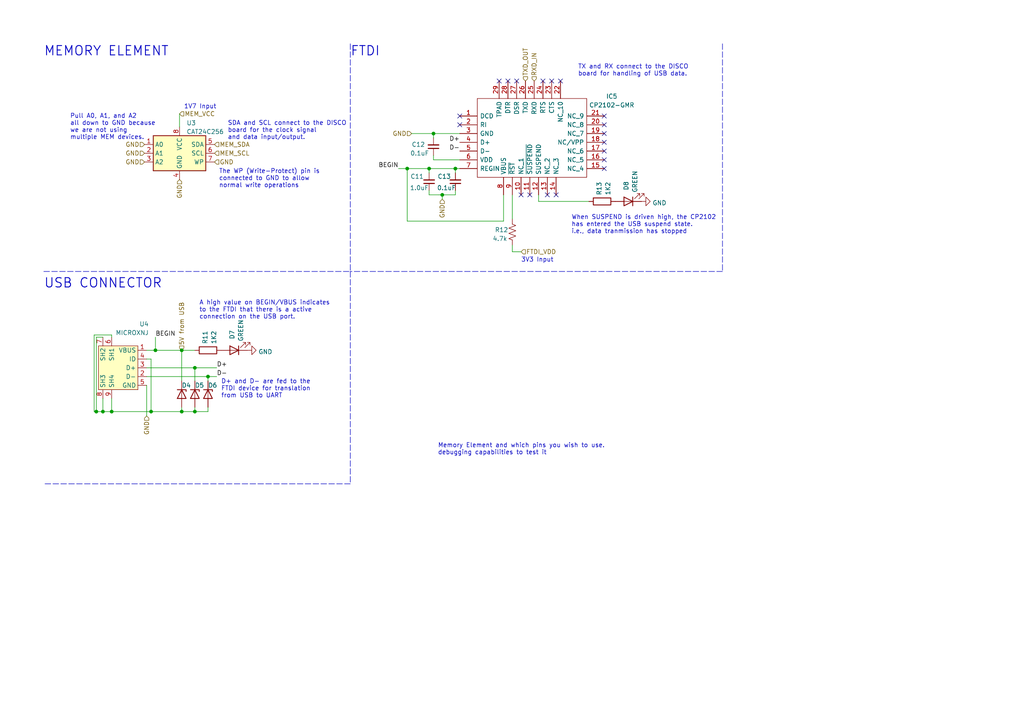
<source format=kicad_sch>
(kicad_sch (version 20211123) (generator eeschema)
  (paper "A4")
  (title_block (title "Microcontroller Interfacing Subsystem") (date "2022-03-11") (rev "V0.3") (company "University of Cape Town") (comment 1 "@Authors David Young (YNGDAV005)") (comment 2 "@Project EEE3088F-Team-9"))
  (lib_symbols
    (symbol "AAA_3088F:MICROXNJ"
      (property "Reference" "U?" (at -5.7911 0.8347 0))
      (property "Value" "MICROXNJ" (at -5.7911 -1.7022 0))
      (symbol "MICROXNJ_0_1"
        (rectangle (start -5.08 6.35) (end 6.35 -6.35) (stroke (width 0.1524)) (fill (type background)))
      )
      (symbol "MICROXNJ_1_1"
        (pin passive line (at 8.89 5.08 180) (length 2.54) (name "VBUS") (number "1"))
        (pin passive line (at 8.89 -2.54 180) (length 2.54) (name "D-") (number "2"))
        (pin passive line (at 8.89 0 180) (length 2.54) (name "D+") (number "3"))
        (pin passive line (at 8.89 2.54 180) (length 2.54) (name "ID") (number "4"))
        (pin passive line (at 8.89 -5.08 180) (length 2.54) (name "GND") (number "5"))
        (pin passive line (at -1.27 8.89 270) (length 2.54) (name "SH1") (number "6"))
        (pin passive line (at -3.81 8.89 270) (length 2.54) (name "SH2") (number "7"))
        (pin passive line (at -3.81 -8.89 90) (length 2.54) (name "SH3") (number "8"))
        (pin passive line (at -1.27 -8.89 90) (length 2.54) (name "SH4") (number "9"))
      )
    )
    (symbol "CP2102-GMR:CP2102-GMR" (pin_names (offset 0.762))
      (property "Reference" "IC?" (at 27.5815 17.1365 0))
      (property "Value" "CP2102-GMR" (at 27.5815 14.5996 0))
      (symbol "CP2102-GMR_0_0"
        (pin passive line (at -16.51 11.43 0) (length 5.08) (name "DCD") (number "1"))
        (pin passive line (at 1.27 -11.43 90) (length 5.08) (name "NC_1") (number "10"))
        (pin passive line (at 3.81 -11.43 90) (length 5.08) (name "~{SUSPEND}") (number "11"))
        (pin passive line (at 6.35 -11.43 90) (length 5.08) (name "SUSPEND") (number "12"))
        (pin passive line (at 8.89 -11.43 90) (length 5.08) (name "NC_2") (number "13"))
        (pin passive line (at 11.43 -11.43 90) (length 5.08) (name "NC_3") (number "14"))
        (pin passive line (at 25.4 -3.81 180) (length 5.08) (name "NC_4") (number "15"))
        (pin passive line (at 25.4 -1.27 180) (length 5.08) (name "NC_5") (number "16"))
        (pin passive line (at 25.4 1.27 180) (length 5.08) (name "NC_6") (number "17"))
        (pin passive line (at 25.4 3.81 180) (length 5.08) (name "NC/VPP") (number "18"))
        (pin passive line (at 25.4 6.35 180) (length 5.08) (name "NC_7") (number "19"))
        (pin passive line (at -16.51 8.89 0) (length 5.08) (name "RI") (number "2"))
        (pin passive line (at 25.4 8.89 180) (length 5.08) (name "NC_8") (number "20"))
        (pin passive line (at 25.4 11.43 180) (length 5.08) (name "NC_9") (number "21"))
        (pin passive line (at 12.7 21.59 270) (length 5.08) (name "NC_10") (number "22"))
        (pin passive line (at 10.16 21.59 270) (length 5.08) (name "CTS") (number "23"))
        (pin passive line (at 7.62 21.59 270) (length 5.08) (name "RTS") (number "24"))
        (pin passive line (at 5.08 21.59 270) (length 5.08) (name "RXD") (number "25"))
        (pin passive line (at 2.54 21.59 270) (length 5.08) (name "TXD") (number "26"))
        (pin passive line (at 0 21.59 270) (length 5.08) (name "DSR") (number "27"))
        (pin passive line (at -2.54 21.59 270) (length 5.08) (name "DTR") (number "28"))
        (pin passive line (at -5.08 21.59 270) (length 5.08) (name "TPAD") (number "29"))
        (pin passive line (at -16.51 6.35 0) (length 5.08) (name "GND") (number "3"))
        (pin passive line (at -16.51 3.81 0) (length 5.08) (name "D+") (number "4"))
        (pin passive line (at -16.51 1.27 0) (length 5.08) (name "D-") (number "5"))
        (pin passive line (at -16.51 -1.27 0) (length 5.08) (name "VDD") (number "6"))
        (pin passive line (at -16.51 -3.81 0) (length 5.08) (name "REGIN") (number "7"))
        (pin passive line (at -3.81 -11.43 90) (length 5.08) (name "VBUS") (number "8"))
        (pin passive line (at -1.27 -11.43 90) (length 5.08) (name "~{RST}") (number "9"))
      )
      (symbol "CP2102-GMR_0_1"
        (polyline (pts (xy -11.43 16.51) (xy 20.32 16.51) (xy 20.32 -6.35) (xy -11.43 -6.35) (xy -11.43 16.51)) (stroke (width 0.1524)))
      )
    )
    (symbol "Device:C_Small" (pin_numbers hide) (pin_names (offset 0.254) hide)
      (property "Reference" "C" (at 0.254 1.778 0))
      (property "Value" "C_Small" (at 0.254 -2.032 0))
      (symbol "C_Small_0_1"
        (polyline (pts (xy -1.524 -0.508) (xy 1.524 -0.508)) (stroke (width 0.3302)))
        (polyline (pts (xy -1.524 0.508) (xy 1.524 0.508)) (stroke (width 0.3048)))
      )
      (symbol "C_Small_1_1"
        (pin passive line (at 0 2.54 270) (length 2.032) (name "~") (number "1"))
        (pin passive line (at 0 -2.54 90) (length 2.032) (name "~") (number "2"))
      )
    )
    (symbol "Device:LED" (pin_numbers hide) (pin_names (offset 1.016) hide)
      (property "Reference" "D" (at 0 2.54 0))
      (property "Value" "LED" (at 0 -2.54 0))
      (symbol "LED_0_1"
        (polyline (pts (xy -1.27 -1.27) (xy -1.27 1.27)) (stroke (width 0.254)))
        (polyline (pts (xy -1.27 0) (xy 1.27 0)))
        (polyline (pts (xy 1.27 -1.27) (xy 1.27 1.27) (xy -1.27 0) (xy 1.27 -1.27)) (stroke (width 0.254)))
        (polyline (pts (xy -3.048 -0.762) (xy -4.572 -2.286) (xy -3.81 -2.286) (xy -4.572 -2.286) (xy -4.572 -1.524)))
        (polyline (pts (xy -1.778 -0.762) (xy -3.302 -2.286) (xy -2.54 -2.286) (xy -3.302 -2.286) (xy -3.302 -1.524)))
      )
      (symbol "LED_1_1"
        (pin passive line (at -3.81 0 0) (length 2.54) (name "K") (number "1"))
        (pin passive line (at 3.81 0 180) (length 2.54) (name "A") (number "2"))
      )
    )
    (symbol "Device:R" (pin_numbers hide) (pin_names (offset 0))
      (property "Reference" "R" (at 2.032 0 90))
      (property "Value" "R" (at 0 0 90))
      (symbol "R_0_1"
        (rectangle (start -1.016 -2.54) (end 1.016 2.54) (stroke (width 0.254)))
      )
      (symbol "R_1_1"
        (pin passive line (at 0 3.81 270) (length 1.27) (name "~") (number "1"))
        (pin passive line (at 0 -3.81 90) (length 1.27) (name "~") (number "2"))
      )
    )
    (symbol "Device:R_US" (pin_numbers hide) (pin_names (offset 0))
      (property "Reference" "R" (at 2.54 0 90))
      (property "Value" "R_US" (at -2.54 0 90))
      (symbol "R_US_0_1"
        (polyline (pts (xy 0 -2.286) (xy 0 -2.54)))
        (polyline (pts (xy 0 2.286) (xy 0 2.54)))
        (polyline (pts (xy 0 -0.762) (xy 1.016 -1.143) (xy 0 -1.524) (xy -1.016 -1.905) (xy 0 -2.286)))
        (polyline (pts (xy 0 0.762) (xy 1.016 0.381) (xy 0 0) (xy -1.016 -0.381) (xy 0 -0.762)))
        (polyline (pts (xy 0 2.286) (xy 1.016 1.905) (xy 0 1.524) (xy -1.016 1.143) (xy 0 0.762)))
      )
      (symbol "R_US_1_1"
        (pin passive line (at 0 3.81 270) (length 1.27) (name "~") (number "1"))
        (pin passive line (at 0 -3.81 90) (length 1.27) (name "~") (number "2"))
      )
    )
    (symbol "Diode:ZMMxx" (pin_numbers hide) (pin_names (offset 1.016) hide)
      (property "Reference" "D" (at 0 2.54 0))
      (property "Value" "ZMMxx" (at 0 -2.54 0))
      (symbol "ZMMxx_0_1"
        (polyline (pts (xy 1.27 0) (xy -1.27 0)))
        (polyline (pts (xy -1.27 -1.27) (xy -1.27 1.27) (xy -0.762 1.27)) (stroke (width 0.254)))
        (polyline (pts (xy 1.27 -1.27) (xy 1.27 1.27) (xy -1.27 0) (xy 1.27 -1.27)) (stroke (width 0.254)))
      )
      (symbol "ZMMxx_1_1"
        (pin passive line (at -3.81 0 0) (length 2.54) (name "K") (number "1"))
        (pin passive line (at 3.81 0 180) (length 2.54) (name "A") (number "2"))
      )
    )
    (symbol "Memory_EEPROM:CAT24C256"
      (property "Reference" "U6" (at 2.0194 8.7798 0))
      (property "Value" "CAT24C256" (at 2.0194 6.2429 0))
      (symbol "CAT24C256_1_1"
        (rectangle (start -7.62 5.08) (end 7.62 -5.08) (stroke (width 0.254)) (fill (type background)))
        (pin input line (at -10.16 2.54 0) (length 2.54) (name "A0") (number "1"))
        (pin input line (at -10.16 0 0) (length 2.54) (name "A1") (number "2"))
        (pin input line (at -10.16 -2.54 0) (length 2.54) (name "A2") (number "3"))
        (pin power_out line (at 0 -7.62 90) (length 2.54) (name "GND") (number "4"))
        (pin bidirectional line (at 10.16 2.54 180) (length 2.54) (name "SDA") (number "5"))
        (pin input line (at 10.16 0 180) (length 2.54) (name "SCL") (number "6"))
        (pin input line (at 10.16 -2.54 180) (length 2.54) (name "WP") (number "7"))
        (pin input line (at 0 7.62 270) (length 2.54) (name "VCC") (number "8"))
      )
    )
    (symbol "power:GND" (power) (pin_names (offset 0))
      (property "Value" "GND" (at 0 -3.81 0))
      (symbol "GND_0_1"
        (polyline (pts (xy 0 0) (xy 0 -1.27) (xy 1.27 -1.27) (xy 0 -2.54) (xy -1.27 -1.27) (xy 0 -1.27)))
      )
      (symbol "GND_1_1"
        (pin power_in line (at 0 0 270) (length 0) hide (name "GND") (number "1"))
      )
    )
  )
  (junction (at 128.27 56.515))
  (junction (at 124.46 48.895))
  (junction (at 43.815 119.38))
  (junction (at 27.94 119.38))
  (junction (at 118.11 48.895))
  (junction (at 29.845 119.38))
  (junction (at 45.085 101.6))
  (junction (at 132.08 48.895))
  (junction (at 60.325 109.22))
  (junction (at 125.73 38.735))
  (junction (at 52.705 119.38))
  (junction (at 56.515 106.68))
  (junction (at 52.705 101.6))
  (junction (at 32.385 119.38))
  (junction (at 56.515 119.38))
  (no_connect (at 133.35 36.195))
  (no_connect (at 133.35 33.655))
  (no_connect (at 161.29 56.515))
  (no_connect (at 158.75 56.515))
  (no_connect (at 151.13 56.515))
  (no_connect (at 147.32 23.495))
  (no_connect (at 160.02 23.495))
  (no_connect (at 144.78 23.495))
  (no_connect (at 162.56 23.495))
  (no_connect (at 157.48 23.495))
  (no_connect (at 149.86 23.495))
  (no_connect (at 175.26 48.895))
  (no_connect (at 175.26 46.355))
  (no_connect (at 175.26 33.655))
  (no_connect (at 175.26 43.815))
  (no_connect (at 175.26 38.735))
  (no_connect (at 175.26 41.275))
  (no_connect (at 175.26 36.195))
  (no_connect (at 153.67 56.515))
  (wire (pts (xy 148.59 73.025) (xy 151.13 73.025)))
  (wire (pts (xy 128.27 56.515) (xy 128.27 57.785)))
  (wire (pts (xy 52.705 118.11) (xy 52.705 119.38)))
  (wire (pts (xy 29.845 115.57) (xy 29.845 119.38)))
  (wire (pts (xy 56.515 106.68) (xy 56.515 110.49)))
  (wire (pts (xy 45.085 97.79) (xy 45.085 101.6)))
  (polyline (pts (xy 101.6 78.74) (xy 101.6 140.335)))
  (wire (pts (xy 125.73 45.085) (xy 125.73 46.355)))
  (polyline (pts (xy 209.55 78.74) (xy 101.6 78.74)))
  (wire (pts (xy 42.545 111.76) (xy 42.545 120.65)))
  (wire (pts (xy 146.05 64.135) (xy 118.11 64.135)))
  (wire (pts (xy 56.515 106.68) (xy 62.865 106.68)))
  (wire (pts (xy 27.305 119.38) (xy 27.94 119.38)))
  (wire (pts (xy 27.305 97.155) (xy 27.305 119.38)))
  (wire (pts (xy 42.545 106.68) (xy 56.515 106.68)))
  (wire (pts (xy 52.705 101.6) (xy 52.705 110.49)))
  (wire (pts (xy 56.515 118.11) (xy 56.515 119.38)))
  (wire (pts (xy 133.35 46.355) (xy 125.73 46.355)))
  (wire (pts (xy 52.705 101.6) (xy 56.515 101.6)))
  (wire (pts (xy 128.27 56.515) (xy 132.08 56.515)))
  (wire (pts (xy 42.545 101.6) (xy 45.085 101.6)))
  (wire (pts (xy 60.325 109.22) (xy 60.325 110.49)))
  (wire (pts (xy 118.11 48.895) (xy 124.46 48.895)))
  (polyline (pts (xy 101.6 140.335) (xy 12.7 140.335)))
  (wire (pts (xy 132.08 55.245) (xy 132.08 56.515)))
  (wire (pts (xy 118.11 48.895) (xy 118.11 64.135)))
  (wire (pts (xy 52.705 119.38) (xy 56.515 119.38)))
  (wire (pts (xy 156.21 56.515) (xy 156.21 58.42)))
  (wire (pts (xy 27.94 97.79) (xy 27.94 119.38)))
  (wire (pts (xy 115.57 48.895) (xy 118.11 48.895)))
  (polyline (pts (xy 209.55 12.7) (xy 209.55 78.74)))
  (wire (pts (xy 132.08 48.895) (xy 133.35 48.895)))
  (wire (pts (xy 29.845 119.38) (xy 32.385 119.38)))
  (wire (pts (xy 124.46 48.895) (xy 132.08 48.895)))
  (wire (pts (xy 125.73 40.005) (xy 125.73 38.735)))
  (polyline (pts (xy 12.7 78.74) (xy 101.6 78.74)))
  (wire (pts (xy 32.385 115.57) (xy 32.385 119.38)))
  (wire (pts (xy 43.815 104.14) (xy 43.815 119.38)))
  (wire (pts (xy 148.59 71.12) (xy 148.59 73.025)))
  (wire (pts (xy 125.73 38.735) (xy 133.35 38.735)))
  (wire (pts (xy 132.08 48.895) (xy 132.08 50.165)))
  (wire (pts (xy 60.325 109.22) (xy 62.865 109.22)))
  (wire (pts (xy 156.21 58.42) (xy 170.815 58.42)))
  (wire (pts (xy 148.59 56.515) (xy 148.59 63.5)))
  (polyline (pts (xy 101.6 12.7) (xy 101.6 78.74)))
  (wire (pts (xy 52.07 33.02) (xy 52.07 36.83)))
  (wire (pts (xy 60.325 119.38) (xy 60.325 118.11)))
  (wire (pts (xy 124.46 55.245) (xy 124.46 56.515)))
  (wire (pts (xy 56.515 119.38) (xy 60.325 119.38)))
  (wire (pts (xy 125.73 38.735) (xy 119.38 38.735)))
  (wire (pts (xy 45.085 101.6) (xy 52.705 101.6)))
  (wire (pts (xy 32.385 97.155) (xy 27.305 97.155)))
  (wire (pts (xy 146.05 56.515) (xy 146.05 64.135)))
  (wire (pts (xy 42.545 109.22) (xy 60.325 109.22)))
  (wire (pts (xy 43.815 119.38) (xy 52.705 119.38)))
  (wire (pts (xy 32.385 97.79) (xy 32.385 97.155)))
  (wire (pts (xy 124.46 48.895) (xy 124.46 50.165)))
  (wire (pts (xy 27.94 119.38) (xy 29.845 119.38)))
  (wire (pts (xy 29.845 97.79) (xy 27.94 97.79)))
  (wire (pts (xy 32.385 119.38) (xy 43.815 119.38)))
  (wire (pts (xy 124.46 56.515) (xy 128.27 56.515)))
  (wire (pts (xy 42.545 104.14) (xy 43.815 104.14)))
  (text "1V7 Input\n" (at 53.34 31.75 0) (effects (font (size 1.27 1.27)) (justify left bottom)))
  (text "SDA and SCL connect to the DISCO\nboard for the clock signal\nand data input/output." (at 66.04 40.64 0) (effects (font (size 1.27 1.27)) (justify left bottom)))
  (text "FTDI\n" (at 101.6 16.51 0) (effects (font (size 2.7 2.7) (thickness 0.254) bold) (justify left bottom)))
  (text "Pull A0, A1, and A2\nall down to GND because\nwe are not using \nmultiple MEM devices." (at 20.32 40.64 0) (effects (font (size 1.27 1.27)) (justify left bottom)))
  (text "MEMORY ELEMENT" (at 12.7 16.51 0) (effects (font (size 2.7 2.7) (thickness 0.254) bold) (justify left bottom)))
  (text "The WP (Write-Protect) pin is\nconnected to GND to allow \nnormal write operations" (at 63.5 54.61 0) (effects (font (size 1.27 1.27)) (justify left bottom)))
  (text "TX and RX connect to the DISCO\nboard for handling of USB data." (at 167.64 22.225 0) (effects (font (size 1.27 1.27)) (justify left bottom)))
  (text "Memory Element and which pins you wish to use.\ndebugging capabilities to test it\n" (at 127 132.08 0) (effects (font (size 1.27 1.27)) (justify left bottom)))
  (text "A high value on BEGIN/VBUS indicates\nto the FTDI that there is a active\nconnection on the USB port.\n" (at 57.785 92.71 0) (effects (font (size 1.27 1.27)) (justify left bottom)))
  (text "D+ and D- are fed to the\nFTDI device for translation \nfrom USB to UART" (at 64.135 115.57 0) (effects (font (size 1.27 1.27)) (justify left bottom)))
  (text "When SUSPEND is driven high, the CP2102 \nhas entered the USB suspend state.\ni.e., data tranmission has stopped" (at 165.735 67.945 0) (effects (font (size 1.27 1.27)) (justify left bottom)))
  (text "USB CONNECTOR\n" (at 12.7 83.82 0) (effects (font (size 2.7 2.7) (thickness 0.254) bold) (justify left bottom)))
  (text "3V3 Input\n" (at 151.13 76.2 0) (effects (font (size 1.27 1.27)) (justify left bottom)))
  (label "BEGIN" (at 45.085 97.79 0))
  (label "D+" (at 133.35 41.275 180))
  (label "D+" (at 62.865 106.68 0))
  (label "D-" (at 133.35 43.815 180))
  (label "D-" (at 62.865 109.22 0))
  (label "BEGIN" (at 115.57 48.895 180))
  (hierarchical_label "GND" (shape input) (at 42.545 120.65 270))
  (hierarchical_label "GND" (shape input) (at 119.38 38.735 180))
  (hierarchical_label "GND" (shape input) (at 41.91 46.99 180))
  (hierarchical_label "MEM_SCL" (shape input) (at 62.23 44.45 0))
  (hierarchical_label "FTDI_VDD" (shape input) (at 151.13 73.025 0))
  (hierarchical_label "5V from USB" (shape input) (at 52.705 101.6 90))
  (hierarchical_label "GND" (shape input) (at 128.27 57.785 270))
  (hierarchical_label "GND" (shape input) (at 41.91 44.45 180))
  (hierarchical_label "RXD_IN" (shape input) (at 154.94 23.495 90))
  (hierarchical_label "MEM_SDA" (shape input) (at 62.23 41.91 0))
  (hierarchical_label "GND" (shape input) (at 62.23 46.99 0))
  (hierarchical_label "GND" (shape input) (at 41.91 41.91 180))
  (hierarchical_label "MEM_VCC" (shape input) (at 52.07 33.02 0))
  (hierarchical_label "GND" (shape input) (at 52.07 52.07 270))
  (hierarchical_label "TXD_OUT" (shape input) (at 152.4 23.495 90))
  (symbol (lib_id "CP2102-GMR:CP2102-GMR") (at 149.86 45.085 0) (unit 1)
    (property "Reference" "IC5" (at 177.4415 27.9485 0))
    (property "Value" "CP2102-GMR" (at 177.4415 30.4854 0))
    (property "Footprint" "EEE3088F_Footprints:QFN50P500X500X100-29N-D" (effects hide))
    (property "Datasheet" "https://www.silabs.com/Support%20Documents/TechnicalDocs/CP2102-9.pdf" (effects hide))
    (property "Description" "I/O Controller Interface IC USB-TO-UART BRIDGE, qfn-28" (effects hide))
    (property "Height" "1" (effects hide))
    (property "Manufacturer_Name" "Silicon Labs" (effects hide))
    (property "Manufacturer_Part_Number" "CP2102-GMR" (effects hide))
    (property "Mouser Part Number" "634-CP2102-GMR" (effects hide))
    (property "Mouser Price/Stock" "https://www.mouser.co.uk/ProductDetail/Silicon-Labs/CP2102-GMR?qs=cNyzPCcHMUWu%2FiPhR8KQAw%3D%3D" (effects hide))
    (property "Arrow Part Number" "CP2102-GMR" (effects hide))
    (property "Arrow Price/Stock" "https://www.arrow.com/en/products/cp2102-gmr/silicon-labs?region=nac" (effects hide))
  )
  (symbol (lib_id "Device:R_US") (at 148.59 67.31 180) (unit 1)
    (property "Reference" "R12" (at 143.51 66.675 0) (effects (justify right)))
    (property "Value" "4.7k" (at 142.875 69.215 0) (effects (justify right)))
    (property "Footprint" "EEE3088F_Footprints:RESC2013X65N" (effects hide))
  )
  (symbol (lib_id "Memory_EEPROM:CAT24C256") (at 52.07 44.45 0) (unit 1)
    (property "Reference" "U3" (at 54.0894 35.6702 0) (effects (justify left)))
    (property "Value" "CAT24C256" (at 54.0894 38.2071 0) (effects (justify left)))
    (property "Footprint" "EEE3088F_Footprints:SOIC127P600X175-8N" (effects hide))
    (property "Datasheet" "https://www.onsemi.cn/PowerSolutions/document/CAT24C256-D.PDF" (effects hide))
  )
  (symbol (lib_id "Device:C_Small") (at 132.08 52.705 0) (mirror x) (unit 1)
    (property "Reference" "C13" (at 130.81 51.181 0) (effects (justify right)))
    (property "Value" "0.1uF" (at 126.746 54.483 0) (effects (justify left)))
    (property "Footprint" "EEE3088F_Footprints:CAPC1005X55N" (effects hide))
  )
  (symbol (lib_id "Device:C_Small") (at 125.73 42.545 180) (unit 1)
    (property "Reference" "C12" (at 119.38 41.91 0) (effects (justify right)))
    (property "Value" "0.1uF" (at 124.46 44.45 0) (effects (justify left)))
    (property "Footprint" "EEE3088F_Footprints:CAPC1005X55N" (effects hide))
  )
  (symbol (lib_id "Device:LED") (at 182.245 58.42 180) (unit 1)
    (property "Reference" "D8" (at 181.61 55.245 90) (effects (justify right)))
    (property "Value" "GREEN" (at 184.15 55.88 90) (effects (justify right)))
    (property "Footprint" "EEE3088F_Footprints:LEDC1608X50N" (effects hide))
  )
  (symbol (lib_id "Device:R") (at 60.325 101.6 90) (unit 1)
    (property "Reference" "R11" (at 59.4903 99.822 0) (effects (justify left)))
    (property "Value" "1K2" (at 62.0272 99.822 0) (effects (justify left)))
    (property "Footprint" "EEE3088F_Footprints:RESC1608X55N" (effects hide))
  )
  (symbol (lib_id "Device:LED") (at 67.945 101.6 180) (unit 1)
    (property "Reference" "D7" (at 67.31 98.425 90) (effects (justify right)))
    (property "Value" "GREEN" (at 69.85 99.06 90) (effects (justify right)))
    (property "Footprint" "EEE3088F_Footprints:LEDC1608X50N" (effects hide))
  )
  (symbol (lib_id "Device:C_Small") (at 124.46 52.705 0) (mirror x) (unit 1)
    (property "Reference" "C11" (at 122.936 51.181 0) (effects (justify right)))
    (property "Value" "1.0uF" (at 118.872 54.483 0) (effects (justify left)))
    (property "Footprint" "EEE3088F_Footprints:CAPC1608X90N" (effects hide))
  )
  (symbol (lib_id "Diode:ZMMxx") (at 52.705 114.3 270) (unit 1)
    (property "Reference" "D4" (at 52.705 111.76 90) (effects (justify left)))
    (property "Value" "ZMMxx" (effects hide))
    (property "Footprint" "EEE3088F_Footprints:LL-34_L3.5-W1.5-RD" (effects hide))
    (property "Datasheet" "https://diotec.com/tl_files/diotec/files/pdf/datasheets/zmm1.pdf" (effects hide))
  )
  (symbol (lib_id "power:GND") (at 186.055 58.42 90) (unit 1)
    (property "Reference" "#PWR019" (effects hide))
    (property "Value" "GND" (at 189.23 58.8538 90) (effects (justify right)))
  )
  (symbol (lib_id "AAA_3088F:MICROXNJ") (at 33.655 106.68 0) (unit 1)
    (property "Reference" "U4" (at 43.18 93.9831 0) (effects (justify right)))
    (property "Value" "MICROXNJ" (at 43.18 96.52 0) (effects (justify right)))
    (property "Footprint" "EEE3088F_Footprints(new):MICRO-USB-SMD_MICROXNJ" (effects hide))
  )
  (symbol (lib_id "Diode:ZMMxx") (at 60.325 114.3 270) (unit 1)
    (property "Reference" "D6" (at 60.325 111.76 90) (effects (justify left)))
    (property "Value" "ZMMxx" (effects hide))
    (property "Footprint" "EEE3088F_Footprints:LL-34_L3.5-W1.5-RD" (effects hide))
    (property "Datasheet" "https://diotec.com/tl_files/diotec/files/pdf/datasheets/zmm1.pdf" (effects hide))
  )
  (symbol (lib_id "Diode:ZMMxx") (at 56.515 114.3 270) (unit 1)
    (property "Reference" "D5" (at 56.515 111.76 90) (effects (justify left)))
    (property "Value" "ZMMxx" (effects hide))
    (property "Footprint" "EEE3088F_Footprints:LL-34_L3.5-W1.5-RD" (effects hide))
    (property "Datasheet" "https://diotec.com/tl_files/diotec/files/pdf/datasheets/zmm1.pdf" (effects hide))
  )
  (symbol (lib_id "power:GND") (at 71.755 101.6 90) (unit 1)
    (property "Reference" "#PWR018" (effects hide))
    (property "Value" "GND" (at 74.93 102.0338 90) (effects (justify right)))
  )
  (symbol (lib_id "Device:R") (at 174.625 58.42 90) (unit 1)
    (property "Reference" "R13" (at 173.7903 56.642 0) (effects (justify left)))
    (property "Value" "1K2" (at 176.3272 56.642 0) (effects (justify left)))
    (property "Footprint" "EEE3088F_Footprints:RESC1608X55N" (effects hide))
  )
)
</source>
